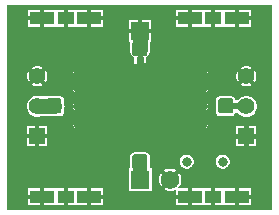
<source format=gbr>
%TF.GenerationSoftware,Altium Limited,Altium Designer,21.8.1 (53)*%
G04 Layer_Physical_Order=1*
G04 Layer_Color=255*
%FSLAX26Y26*%
%MOIN*%
%TF.SameCoordinates,2531CBD8-4BF0-4D0B-A877-44D4BE5F07E3*%
%TF.FilePolarity,Positive*%
%TF.FileFunction,Copper,L1,Top,Signal*%
%TF.Part,Single*%
G01*
G75*
%TA.AperFunction,Conductor*%
%ADD10C,0.010000*%
%ADD11C,0.021047*%
%TA.AperFunction,SMDPad,CuDef*%
%ADD12R,0.078740X0.044291*%
%ADD13R,0.055118X0.044291*%
G04:AMPARAMS|DCode=14|XSize=50mil|YSize=50mil|CornerRadius=6.25mil|HoleSize=0mil|Usage=FLASHONLY|Rotation=0.000|XOffset=0mil|YOffset=0mil|HoleType=Round|Shape=RoundedRectangle|*
%AMROUNDEDRECTD14*
21,1,0.050000,0.037500,0,0,0.0*
21,1,0.037500,0.050000,0,0,0.0*
1,1,0.012500,0.018750,-0.018750*
1,1,0.012500,-0.018750,-0.018750*
1,1,0.012500,-0.018750,0.018750*
1,1,0.012500,0.018750,0.018750*
%
%ADD14ROUNDEDRECTD14*%
%TA.AperFunction,Conductor*%
%ADD15C,0.047244*%
%ADD16C,0.039370*%
%ADD17C,0.051181*%
%TA.AperFunction,ComponentPad*%
%ADD18C,0.061811*%
%ADD19R,0.061811X0.061811*%
%ADD20C,0.054685*%
%ADD21R,0.054685X0.054685*%
%TA.AperFunction,ViaPad*%
%ADD22C,0.039370*%
%ADD23C,0.031496*%
G36*
X442968Y-338968D02*
X-442968D01*
Y342968D01*
X442968D01*
Y-338968D01*
D02*
G37*
%LPC*%
G36*
X370276Y328406D02*
X331831D01*
Y307185D01*
X370276D01*
Y328406D01*
D02*
G37*
G36*
X160374D02*
X121929D01*
Y307185D01*
X160374D01*
Y328406D01*
D02*
G37*
G36*
X-121929D02*
X-160374D01*
Y307185D01*
X-121929D01*
Y328406D01*
D02*
G37*
G36*
X-331831D02*
X-370276D01*
Y307185D01*
X-331831D01*
Y328406D01*
D02*
G37*
G36*
X370276Y293209D02*
X331831D01*
Y271988D01*
X370276D01*
Y293209D01*
D02*
G37*
G36*
X317854Y328406D02*
X253091D01*
Y300197D01*
Y271988D01*
X317854D01*
Y300197D01*
Y328406D01*
D02*
G37*
G36*
X239114D02*
X174350D01*
Y300197D01*
Y271988D01*
X239114D01*
Y300197D01*
Y328406D01*
D02*
G37*
G36*
X160374Y293209D02*
X121929D01*
Y271988D01*
X160374D01*
Y293209D01*
D02*
G37*
G36*
X-121929D02*
X-160374D01*
Y271988D01*
X-121929D01*
Y293209D01*
D02*
G37*
G36*
X-174350Y328406D02*
X-239114D01*
Y300197D01*
Y271988D01*
X-174350D01*
Y300197D01*
Y328406D01*
D02*
G37*
G36*
X-253091D02*
X-317854D01*
Y300197D01*
Y271988D01*
X-253091D01*
Y300197D01*
Y328406D01*
D02*
G37*
G36*
X-331831Y293209D02*
X-370276D01*
Y271988D01*
X-331831D01*
Y293209D01*
D02*
G37*
G36*
X37953Y294842D02*
X7973D01*
Y264862D01*
X37953D01*
Y294842D01*
D02*
G37*
G36*
X-6004D02*
X-35984D01*
Y264862D01*
X-6004D01*
Y294842D01*
D02*
G37*
G36*
X37953Y250886D02*
X984D01*
X-35984D01*
Y220905D01*
X-32769D01*
Y197677D01*
X-31619Y188941D01*
X-28247Y180800D01*
X-22883Y173810D01*
X-18068Y170115D01*
Y148331D01*
X-10039Y148608D01*
Y172244D01*
X13583D01*
Y149422D01*
X21611Y149698D01*
Y171323D01*
X24852Y173810D01*
X30215Y180800D01*
X33587Y188941D01*
X34738Y197677D01*
Y220905D01*
X37953D01*
Y250886D01*
D02*
G37*
G36*
X220276Y134997D02*
X217205D01*
Y130000D01*
X227179D01*
X226297Y132130D01*
X225952Y132645D01*
X223348Y134386D01*
X220276Y134997D01*
D02*
G37*
G36*
X207205D02*
X199931D01*
X198854Y133921D01*
X197230Y130000D01*
X207205D01*
Y134997D01*
D02*
G37*
G36*
X-194419D02*
X-216732D01*
X-219522Y134442D01*
X-220043Y133921D01*
X-221667Y130000D01*
X-191719D01*
X-193342Y133921D01*
X-194419Y134997D01*
D02*
G37*
G36*
X-336153Y139902D02*
X-344949D01*
X-353445Y137625D01*
X-358740Y134568D01*
X-340551Y116379D01*
X-322362Y134568D01*
X-327657Y137625D01*
X-336153Y139902D01*
D02*
G37*
G36*
X360697Y139311D02*
X351901D01*
X343405Y137035D01*
X338110Y133977D01*
X356299Y115788D01*
X374488Y133977D01*
X369193Y137035D01*
X360697Y139311D01*
D02*
G37*
G36*
X-216732Y120000D02*
X-221667D01*
X-220043Y116079D01*
X-216732Y112768D01*
Y120000D01*
D02*
G37*
G36*
X227179D02*
X220276D01*
Y111298D01*
X221125Y111650D01*
X225555Y116079D01*
X227179Y120000D01*
D02*
G37*
G36*
X-368623Y124685D02*
X-371680Y119390D01*
X-373957Y110894D01*
Y102098D01*
X-371680Y93602D01*
X-368623Y88307D01*
X-350434Y106496D01*
X-368623Y124685D01*
D02*
G37*
G36*
X-312479Y124685D02*
X-330668Y106496D01*
X-312479Y88307D01*
X-309422Y93602D01*
X-307146Y102098D01*
Y110894D01*
X-309422Y119390D01*
X-312479Y124685D01*
D02*
G37*
G36*
X328227Y124095D02*
X325170Y118800D01*
X322894Y110303D01*
Y101508D01*
X325170Y93011D01*
X328227Y87716D01*
X346416Y105906D01*
X328227Y124095D01*
D02*
G37*
G36*
X384371Y124095D02*
X366182Y105906D01*
X384371Y87716D01*
X387428Y93011D01*
X389705Y101508D01*
Y110303D01*
X387428Y118800D01*
X384371Y124095D01*
D02*
G37*
G36*
X-340551Y96613D02*
X-358740Y78424D01*
X-353445Y75367D01*
X-344949Y73091D01*
X-336153D01*
X-327657Y75367D01*
X-322362Y78424D01*
X-340551Y96613D01*
D02*
G37*
G36*
X356299Y96023D02*
X338110Y77834D01*
X343405Y74776D01*
X351901Y72500D01*
X360697D01*
X369193Y74776D01*
X374488Y77834D01*
X356299Y96023D01*
D02*
G37*
G36*
X220276Y79647D02*
Y70945D01*
X227179D01*
X225555Y74865D01*
X221125Y79295D01*
X220276Y79647D01*
D02*
G37*
G36*
X-216732Y78177D02*
X-220043Y74865D01*
X-221667Y70945D01*
X-216732D01*
Y78177D01*
D02*
G37*
G36*
Y60945D02*
X-221667D01*
X-220043Y57024D01*
X-216732Y53713D01*
Y60945D01*
D02*
G37*
G36*
X227179D02*
X220276D01*
Y52242D01*
X221125Y52594D01*
X225555Y57024D01*
X227179Y60945D01*
D02*
G37*
G36*
X360935Y41122D02*
X351663D01*
X342706Y38722D01*
X334676Y34086D01*
X328119Y27529D01*
X327033Y25648D01*
X320551D01*
X319456Y31151D01*
X316334Y35823D01*
X311663Y38944D01*
X306152Y40041D01*
X268652D01*
X263141Y38944D01*
X258469Y35823D01*
X255347Y31151D01*
X254251Y25640D01*
Y-11860D01*
X255347Y-17371D01*
X258469Y-22043D01*
X263141Y-25165D01*
X268652Y-26261D01*
X306152D01*
X311663Y-25165D01*
X316334Y-22043D01*
X319456Y-17371D01*
X320551Y-11868D01*
X325896D01*
X328119Y-15718D01*
X334676Y-22275D01*
X342706Y-26911D01*
X351663Y-29311D01*
X360935D01*
X369892Y-26911D01*
X377923Y-22275D01*
X384479Y-15718D01*
X389116Y-7688D01*
X391516Y1269D01*
Y10542D01*
X389116Y19499D01*
X384479Y27529D01*
X377923Y34086D01*
X369892Y38722D01*
X360935Y41122D01*
D02*
G37*
G36*
X220276Y20592D02*
Y11890D01*
X227179D01*
X225555Y15810D01*
X221125Y20240D01*
X220276Y20592D01*
D02*
G37*
G36*
X-216732Y19121D02*
X-220043Y15810D01*
X-221667Y11890D01*
X-216732D01*
Y19121D01*
D02*
G37*
G36*
Y1890D02*
X-221667D01*
X-220043Y-2031D01*
X-216732Y-5342D01*
Y1890D01*
D02*
G37*
G36*
X227179D02*
X220276D01*
Y-6813D01*
X221125Y-6461D01*
X225555Y-2031D01*
X227179Y1890D01*
D02*
G37*
G36*
X-335915Y41713D02*
X-345188D01*
X-354144Y39313D01*
X-362175Y34676D01*
X-368731Y28119D01*
X-373368Y20089D01*
X-375768Y11132D01*
Y1860D01*
X-373368Y-7097D01*
X-368731Y-15127D01*
X-362175Y-21684D01*
X-354144Y-26320D01*
X-345188Y-28720D01*
X-335915D01*
X-328985Y-26863D01*
X-283858D01*
X-279281Y-26261D01*
X-265108D01*
X-259597Y-25165D01*
X-254925Y-22043D01*
X-251804Y-17371D01*
X-250708Y-11860D01*
Y2312D01*
X-250105Y6890D01*
X-250708Y11467D01*
Y25640D01*
X-251804Y31151D01*
X-254925Y35823D01*
X-259597Y38944D01*
X-265108Y40041D01*
X-279281D01*
X-283858Y40643D01*
X-331923D01*
X-335915Y41713D01*
D02*
G37*
G36*
X220276Y-38463D02*
Y-47165D01*
X227179D01*
X225555Y-43245D01*
X221125Y-38815D01*
X220276Y-38463D01*
D02*
G37*
G36*
X-216732Y-39934D02*
X-220043Y-43245D01*
X-221667Y-47165D01*
X-216732D01*
Y-39934D01*
D02*
G37*
G36*
Y-57165D02*
X-221667D01*
X-220043Y-61086D01*
X-216732Y-64397D01*
Y-57165D01*
D02*
G37*
G36*
X227179D02*
X220276D01*
Y-65868D01*
X221125Y-65516D01*
X225555Y-61086D01*
X227179Y-57165D01*
D02*
G37*
G36*
X-307146Y-60098D02*
X-333563D01*
Y-86516D01*
X-307146D01*
Y-60098D01*
D02*
G37*
G36*
X-347539D02*
X-373957D01*
Y-86516D01*
X-347539D01*
Y-60098D01*
D02*
G37*
G36*
X389705Y-60689D02*
X363287D01*
Y-87106D01*
X389705D01*
Y-60689D01*
D02*
G37*
G36*
X349311D02*
X322894D01*
Y-87106D01*
X349311D01*
Y-60689D01*
D02*
G37*
G36*
X220276Y-105392D02*
Y-113189D01*
X217205D01*
Y-114094D01*
X227179D01*
X225555Y-110174D01*
X221125Y-105744D01*
X220276Y-105392D01*
D02*
G37*
G36*
X207205Y-113189D02*
X197605D01*
X197230Y-114094D01*
X207205D01*
Y-113189D01*
D02*
G37*
G36*
X-192094D02*
X-201693D01*
Y-114094D01*
X-191719D01*
X-192094Y-113189D01*
D02*
G37*
G36*
X-216732Y-106863D02*
X-220043Y-110174D01*
X-221667Y-114094D01*
X-211693D01*
Y-113189D01*
X-216732D01*
Y-106863D01*
D02*
G37*
G36*
X-307146Y-100492D02*
X-333563D01*
Y-126909D01*
X-307146D01*
Y-100492D01*
D02*
G37*
G36*
X-347539D02*
X-373957D01*
Y-126909D01*
X-347539D01*
Y-100492D01*
D02*
G37*
G36*
X389705Y-101083D02*
X363287D01*
Y-127500D01*
X389705D01*
Y-101083D01*
D02*
G37*
G36*
X349311D02*
X322894D01*
Y-127500D01*
X349311D01*
Y-101083D01*
D02*
G37*
G36*
X280000Y-154378D02*
X273780D01*
X267772Y-155988D01*
X262386Y-159098D01*
X257988Y-163496D01*
X254878Y-168882D01*
X253268Y-174890D01*
Y-181110D01*
X254878Y-187118D01*
X257988Y-192504D01*
X262386Y-196902D01*
X267772Y-200012D01*
X273780Y-201622D01*
X280000D01*
X286007Y-200012D01*
X291394Y-196902D01*
X295792Y-192504D01*
X298902Y-187118D01*
X300512Y-181110D01*
Y-174890D01*
X298902Y-168882D01*
X295792Y-163496D01*
X291394Y-159098D01*
X286007Y-155988D01*
X280000Y-154378D01*
D02*
G37*
G36*
X160000D02*
X153780D01*
X147772Y-155988D01*
X142386Y-159098D01*
X137988Y-163496D01*
X134878Y-168882D01*
X133268Y-174890D01*
Y-181110D01*
X134878Y-187118D01*
X137988Y-192504D01*
X142386Y-196902D01*
X147772Y-200012D01*
X153780Y-201622D01*
X160000D01*
X166007Y-200012D01*
X171394Y-196902D01*
X175792Y-192504D01*
X178902Y-187118D01*
X180512Y-181110D01*
Y-174890D01*
X178902Y-168882D01*
X175792Y-163496D01*
X171394Y-159098D01*
X166007Y-155988D01*
X160000Y-154378D01*
D02*
G37*
G36*
X107229Y-201220D02*
X97495D01*
X88093Y-203740D01*
X81565Y-207509D01*
X102362Y-228306D01*
X123160Y-207509D01*
X116632Y-203740D01*
X107229Y-201220D01*
D02*
G37*
G36*
X71682Y-217392D02*
X67913Y-223920D01*
X65394Y-233322D01*
Y-243056D01*
X67913Y-252458D01*
X71682Y-258986D01*
X92479Y-238189D01*
X71682Y-217392D01*
D02*
G37*
G36*
X20522Y-147164D02*
X-16978D01*
X-22489Y-148260D01*
X-27161Y-151382D01*
X-30283Y-156054D01*
X-31379Y-161565D01*
Y-199065D01*
X-31311Y-199410D01*
X-36417D01*
Y-276969D01*
X41142D01*
Y-199410D01*
X34854D01*
X34922Y-199065D01*
Y-161565D01*
X33826Y-156054D01*
X30704Y-151382D01*
X26033Y-148260D01*
X20522Y-147164D01*
D02*
G37*
G36*
X-121929Y-267323D02*
X-160374D01*
Y-288543D01*
X-121929D01*
Y-267323D01*
D02*
G37*
G36*
X-331831D02*
X-370276D01*
Y-288543D01*
X-331831D01*
Y-267323D01*
D02*
G37*
G36*
X370276Y-267705D02*
X331830D01*
Y-288925D01*
X370276D01*
Y-267705D01*
D02*
G37*
G36*
X133042Y-217392D02*
X107304Y-243130D01*
X81565Y-268869D01*
X88093Y-272638D01*
X97495Y-275158D01*
X107229D01*
X116632Y-272638D01*
X121929Y-269580D01*
Y-288925D01*
X160374D01*
Y-267705D01*
X125128D01*
X131944Y-260888D01*
X136811Y-252458D01*
X139331Y-243056D01*
Y-233322D01*
X136811Y-223920D01*
X133042Y-217392D01*
D02*
G37*
G36*
X-121929Y-302520D02*
X-160374D01*
Y-323740D01*
X-121929D01*
Y-302520D01*
D02*
G37*
G36*
X-174350Y-267323D02*
X-239114D01*
Y-295531D01*
Y-323740D01*
X-174350D01*
Y-295531D01*
Y-267323D01*
D02*
G37*
G36*
X-253091D02*
X-317854D01*
Y-295531D01*
Y-323740D01*
X-253091D01*
Y-295531D01*
Y-267323D01*
D02*
G37*
G36*
X-331831Y-302520D02*
X-370276D01*
Y-323740D01*
X-331831D01*
Y-302520D01*
D02*
G37*
G36*
X370276Y-302902D02*
X331830D01*
Y-324122D01*
X370276D01*
Y-302902D01*
D02*
G37*
G36*
X317854Y-267705D02*
X253091D01*
Y-295913D01*
Y-324122D01*
X317854D01*
Y-295913D01*
Y-267705D01*
D02*
G37*
G36*
X239114D02*
X174351D01*
Y-295913D01*
Y-324122D01*
X239114D01*
Y-295913D01*
Y-267705D01*
D02*
G37*
G36*
X160374Y-302902D02*
X121929D01*
Y-324122D01*
X160374D01*
Y-302902D01*
D02*
G37*
%LPD*%
D10*
X4921Y-183464D02*
G03*
X1772Y-180315I-3150J0D01*
G01*
X2953Y-192126D02*
G03*
X-3543Y-185630I-6496J0D01*
G01*
X984Y197677D02*
G03*
X1772Y196890I787J0D01*
G01*
X-540Y257874D02*
G03*
X-2677Y255736I0J-2138D01*
G01*
X2362Y-238189D02*
X2953D01*
X1968Y196890D02*
Y197835D01*
X1772Y196890D02*
X1968D01*
X-540Y257874D02*
X984D01*
D11*
X356299Y5906D02*
G03*
X355315Y6890I-984J0D01*
G01*
X-336614Y6496D02*
Y6890D01*
X-340551Y6496D02*
X-336614D01*
X287402Y6890D02*
X355315D01*
D12*
X324843Y-295913D02*
D03*
X167362D02*
D03*
X-167362Y300197D02*
D03*
X-324843D02*
D03*
X324843D02*
D03*
X167362D02*
D03*
X-167362Y-295531D02*
D03*
X-324843D02*
D03*
D13*
X246102Y-295913D02*
D03*
X-246102Y300197D02*
D03*
X246102D02*
D03*
X-246102Y-295531D02*
D03*
D14*
X1772Y196890D02*
D03*
Y-180315D02*
D03*
X287402Y6890D02*
D03*
X-283858D02*
D03*
D15*
X2953Y-238189D02*
Y-192126D01*
D16*
X-3543Y-185630D02*
X1772Y-180315D01*
D17*
X984Y197677D02*
Y257874D01*
X-336614Y6890D02*
X-283858D01*
D18*
X102362Y-238189D02*
D03*
D19*
X2362D02*
D03*
X984Y257874D02*
D03*
D20*
X-340551Y106496D02*
D03*
Y6496D02*
D03*
X356299Y105906D02*
D03*
Y5906D02*
D03*
D21*
X-340551Y-93504D02*
D03*
X356299Y-94094D02*
D03*
D22*
X-50197Y-82677D02*
D03*
X-148622Y35433D02*
D03*
X-99409Y-23622D02*
D03*
Y35433D02*
D03*
Y94488D02*
D03*
X-50197Y-23622D02*
D03*
Y35433D02*
D03*
Y94488D02*
D03*
X-99409Y-82677D02*
D03*
X-984Y-23622D02*
D03*
Y35433D02*
D03*
Y-82677D02*
D03*
X-148622D02*
D03*
Y-23622D02*
D03*
Y94488D02*
D03*
X-984D02*
D03*
X146654Y-82677D02*
D03*
X97441D02*
D03*
X48228D02*
D03*
Y-23622D02*
D03*
Y35433D02*
D03*
Y94488D02*
D03*
X97441Y-23622D02*
D03*
Y35433D02*
D03*
Y94488D02*
D03*
X146654Y-23622D02*
D03*
Y35433D02*
D03*
Y94488D02*
D03*
D23*
X-142000Y182008D02*
D03*
X-104622Y247000D02*
D03*
X-206693Y125000D02*
D03*
X-314071Y247000D02*
D03*
X-262000Y182008D02*
D03*
X-209346Y247000D02*
D03*
X-206693Y-52165D02*
D03*
Y6890D02*
D03*
Y-119094D02*
D03*
Y65945D02*
D03*
X414000Y-308000D02*
D03*
X54827Y-306779D02*
D03*
X314276Y-236780D02*
D03*
X209551D02*
D03*
X414000Y-221150D02*
D03*
X156890Y-178000D02*
D03*
X276890D02*
D03*
X414000Y-150520D02*
D03*
X212205Y-119094D02*
D03*
Y-52165D02*
D03*
X-413795Y-308000D02*
D03*
X-49898Y-306779D02*
D03*
X-413795Y-150520D02*
D03*
X-104622Y-236780D02*
D03*
X-314071D02*
D03*
X-209346D02*
D03*
X-413795Y-221150D02*
D03*
X-262000Y-178000D02*
D03*
X-142000D02*
D03*
X212205Y65945D02*
D03*
X276890Y182008D02*
D03*
X314276Y247000D02*
D03*
X414000Y317000D02*
D03*
Y232284D02*
D03*
X414173Y143701D02*
D03*
X212205Y125000D02*
D03*
Y6890D02*
D03*
X-413795Y150740D02*
D03*
Y221370D02*
D03*
Y317000D02*
D03*
X102D02*
D03*
X104827Y247000D02*
D03*
X156890Y182008D02*
D03*
X209551Y247000D02*
D03*
%TF.MD5,7dbbb3dcdbd64fa5937a6485dcf7e908*%
M02*

</source>
